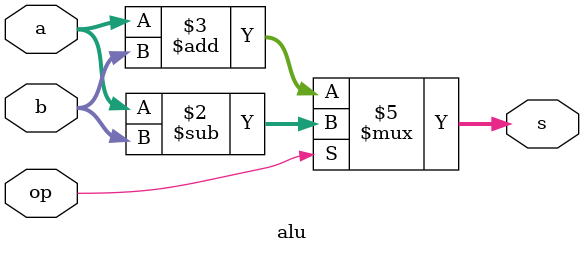
<source format=sv>
module alu (
    input logic [3:0] a,
    input logic [3:0] b,
    input logic op,
    output logic [3:0] s
);

  always_comb begin
    if (op) s = a - b;
    else s = a + b;
  end

endmodule

</source>
